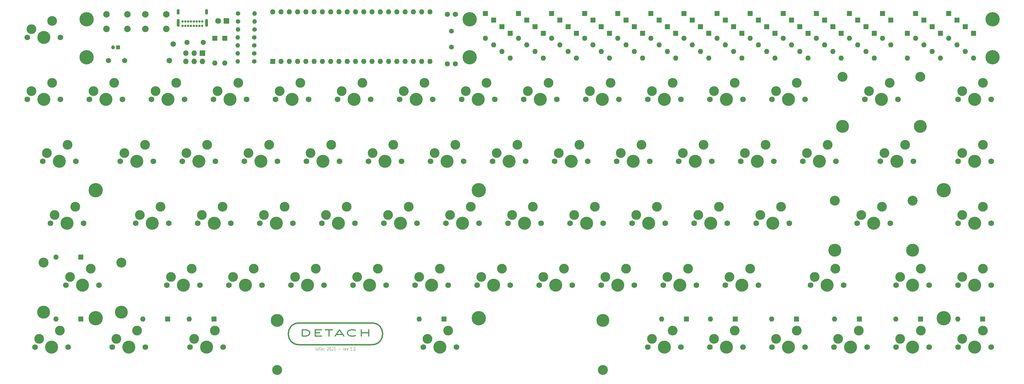
<source format=gts>
G04 #@! TF.GenerationSoftware,KiCad,Pcbnew,(5.1.10)-1*
G04 #@! TF.CreationDate,2021-10-14T18:36:26-04:00*
G04 #@! TF.ProjectId,detach,64657461-6368-42e6-9b69-6361645f7063,rev?*
G04 #@! TF.SameCoordinates,Original*
G04 #@! TF.FileFunction,Soldermask,Top*
G04 #@! TF.FilePolarity,Negative*
%FSLAX46Y46*%
G04 Gerber Fmt 4.6, Leading zero omitted, Abs format (unit mm)*
G04 Created by KiCad (PCBNEW (5.1.10)-1) date 2021-10-14 18:36:26*
%MOMM*%
%LPD*%
G01*
G04 APERTURE LIST*
%ADD10C,0.125000*%
%ADD11C,0.350000*%
%ADD12C,0.400000*%
%ADD13C,1.750000*%
%ADD14C,4.000000*%
%ADD15C,3.000000*%
%ADD16C,1.710000*%
%ADD17O,1.600000X1.600000*%
%ADD18R,1.600000X1.600000*%
%ADD19C,4.400000*%
%ADD20C,3.048000*%
%ADD21C,3.987800*%
%ADD22O,1.400000X1.400000*%
%ADD23C,1.400000*%
%ADD24C,1.200000*%
%ADD25R,1.200000X1.200000*%
%ADD26C,1.600000*%
%ADD27C,1.500000*%
%ADD28C,1.800000*%
%ADD29R,1.800000X1.800000*%
%ADD30O,1.700000X1.700000*%
%ADD31R,1.700000X1.700000*%
%ADD32C,2.000000*%
%ADD33O,0.900000X1.700000*%
%ADD34O,0.900000X2.400000*%
%ADD35C,0.700000*%
G04 APERTURE END LIST*
D10*
X157839170Y-183390590D02*
X157767741Y-183342971D01*
X157732027Y-183247733D01*
X157732027Y-182390590D01*
X158232027Y-183390590D02*
X158160598Y-183342971D01*
X158124884Y-183295352D01*
X158089170Y-183200114D01*
X158089170Y-182914400D01*
X158124884Y-182819162D01*
X158160598Y-182771543D01*
X158232027Y-182723924D01*
X158339170Y-182723924D01*
X158410598Y-182771543D01*
X158446313Y-182819162D01*
X158482027Y-182914400D01*
X158482027Y-183200114D01*
X158446313Y-183295352D01*
X158410598Y-183342971D01*
X158339170Y-183390590D01*
X158232027Y-183390590D01*
X158696313Y-182723924D02*
X158982027Y-182723924D01*
X158803456Y-182390590D02*
X158803456Y-183247733D01*
X158839170Y-183342971D01*
X158910598Y-183390590D01*
X158982027Y-183390590D01*
X159232027Y-183390590D02*
X159232027Y-182723924D01*
X159232027Y-182390590D02*
X159196313Y-182438210D01*
X159232027Y-182485829D01*
X159267741Y-182438210D01*
X159232027Y-182390590D01*
X159232027Y-182485829D01*
X159874884Y-183342971D02*
X159803456Y-183390590D01*
X159660598Y-183390590D01*
X159589170Y-183342971D01*
X159553456Y-183247733D01*
X159553456Y-182866781D01*
X159589170Y-182771543D01*
X159660598Y-182723924D01*
X159803456Y-182723924D01*
X159874884Y-182771543D01*
X159910598Y-182866781D01*
X159910598Y-182962019D01*
X159553456Y-183057257D01*
X160232027Y-183390590D02*
X160232027Y-182723924D01*
X160232027Y-182914400D02*
X160267741Y-182819162D01*
X160303456Y-182771543D01*
X160374884Y-182723924D01*
X160446313Y-182723924D01*
X161232027Y-182485829D02*
X161267741Y-182438210D01*
X161339170Y-182390590D01*
X161517741Y-182390590D01*
X161589170Y-182438210D01*
X161624884Y-182485829D01*
X161660598Y-182581067D01*
X161660598Y-182676305D01*
X161624884Y-182819162D01*
X161196313Y-183390590D01*
X161660598Y-183390590D01*
X162124884Y-182390590D02*
X162196313Y-182390590D01*
X162267741Y-182438210D01*
X162303456Y-182485829D01*
X162339170Y-182581067D01*
X162374884Y-182771543D01*
X162374884Y-183009638D01*
X162339170Y-183200114D01*
X162303456Y-183295352D01*
X162267741Y-183342971D01*
X162196313Y-183390590D01*
X162124884Y-183390590D01*
X162053456Y-183342971D01*
X162017741Y-183295352D01*
X161982027Y-183200114D01*
X161946313Y-183009638D01*
X161946313Y-182771543D01*
X161982027Y-182581067D01*
X162017741Y-182485829D01*
X162053456Y-182438210D01*
X162124884Y-182390590D01*
X162660598Y-182485829D02*
X162696313Y-182438210D01*
X162767741Y-182390590D01*
X162946313Y-182390590D01*
X163017741Y-182438210D01*
X163053456Y-182485829D01*
X163089170Y-182581067D01*
X163089170Y-182676305D01*
X163053456Y-182819162D01*
X162624884Y-183390590D01*
X163089170Y-183390590D01*
X163803456Y-183390590D02*
X163374884Y-183390590D01*
X163589170Y-183390590D02*
X163589170Y-182390590D01*
X163517741Y-182533448D01*
X163446313Y-182628686D01*
X163374884Y-182676305D01*
X164696313Y-183009638D02*
X165267741Y-183009638D01*
X166196313Y-183390590D02*
X166196313Y-182723924D01*
X166196313Y-182914400D02*
X166232027Y-182819162D01*
X166267741Y-182771543D01*
X166339170Y-182723924D01*
X166410598Y-182723924D01*
X166946313Y-183342971D02*
X166874884Y-183390590D01*
X166732027Y-183390590D01*
X166660598Y-183342971D01*
X166624884Y-183247733D01*
X166624884Y-182866781D01*
X166660598Y-182771543D01*
X166732027Y-182723924D01*
X166874884Y-182723924D01*
X166946313Y-182771543D01*
X166982027Y-182866781D01*
X166982027Y-182962019D01*
X166624884Y-183057257D01*
X167232027Y-182723924D02*
X167410598Y-183390590D01*
X167589170Y-182723924D01*
X168839170Y-183390590D02*
X168410598Y-183390590D01*
X168624884Y-183390590D02*
X168624884Y-182390590D01*
X168553456Y-182533448D01*
X168482027Y-182628686D01*
X168410598Y-182676305D01*
X169160598Y-183295352D02*
X169196313Y-183342971D01*
X169160598Y-183390590D01*
X169124884Y-183342971D01*
X169160598Y-183295352D01*
X169160598Y-183390590D01*
X169660598Y-182390590D02*
X169732027Y-182390590D01*
X169803456Y-182438210D01*
X169839170Y-182485829D01*
X169874884Y-182581067D01*
X169910598Y-182771543D01*
X169910598Y-183009638D01*
X169874884Y-183200114D01*
X169839170Y-183295352D01*
X169803456Y-183342971D01*
X169732027Y-183390590D01*
X169660598Y-183390590D01*
X169589170Y-183342971D01*
X169553456Y-183295352D01*
X169517741Y-183200114D01*
X169482027Y-183009638D01*
X169482027Y-182771543D01*
X169517741Y-182581067D01*
X169553456Y-182485829D01*
X169589170Y-182438210D01*
X169660598Y-182390590D01*
D11*
X153612979Y-179016971D02*
X153612979Y-177016971D01*
X154565360Y-177016971D01*
X155136789Y-177112210D01*
X155517741Y-177302686D01*
X155708217Y-177493162D01*
X155898694Y-177874114D01*
X155898694Y-178159829D01*
X155708217Y-178540781D01*
X155517741Y-178731257D01*
X155136789Y-178921733D01*
X154565360Y-179016971D01*
X153612979Y-179016971D01*
X157612979Y-177969352D02*
X158946313Y-177969352D01*
X159517741Y-179016971D02*
X157612979Y-179016971D01*
X157612979Y-177016971D01*
X159517741Y-177016971D01*
X160660598Y-177016971D02*
X162946313Y-177016971D01*
X161803456Y-179016971D02*
X161803456Y-177016971D01*
X164089170Y-178445543D02*
X165993932Y-178445543D01*
X163708217Y-179016971D02*
X165041551Y-177016971D01*
X166374884Y-179016971D01*
X169993932Y-178826495D02*
X169803456Y-178921733D01*
X169232027Y-179016971D01*
X168851075Y-179016971D01*
X168279646Y-178921733D01*
X167898694Y-178731257D01*
X167708217Y-178540781D01*
X167517741Y-178159829D01*
X167517741Y-177874114D01*
X167708217Y-177493162D01*
X167898694Y-177302686D01*
X168279646Y-177112210D01*
X168851075Y-177016971D01*
X169232027Y-177016971D01*
X169803456Y-177112210D01*
X169993932Y-177207448D01*
X171708217Y-179016971D02*
X171708217Y-177016971D01*
X171708217Y-177969352D02*
X173993932Y-177969352D01*
X173993932Y-179016971D02*
X173993932Y-177016971D01*
D12*
X152693456Y-174952210D02*
X174973456Y-174952210D01*
X152673456Y-181632210D02*
X174973456Y-181632210D01*
X174963456Y-174952210D02*
G75*
G02*
X174963456Y-181632210I0J-3340000D01*
G01*
X152663456Y-181632210D02*
G75*
G02*
X152663456Y-174952210I0J3340000D01*
G01*
D13*
X365093250Y-144303750D03*
X354933250Y-144303750D03*
D14*
X360013250Y-144303750D03*
D15*
X362553250Y-139223750D03*
X356203250Y-141763750D03*
D13*
X198406250Y-163353750D03*
X188246250Y-163353750D03*
D14*
X193326250Y-163353750D03*
D15*
X195866250Y-158273750D03*
X189516250Y-160813750D03*
D13*
X131730750Y-144303750D03*
X121570750Y-144303750D03*
D14*
X126650750Y-144303750D03*
D15*
X129190750Y-139223750D03*
X122840750Y-141763750D03*
D13*
X293656250Y-163353750D03*
X283496250Y-163353750D03*
D14*
X288576250Y-163353750D03*
D15*
X291116250Y-158273750D03*
X284766250Y-160813750D03*
D13*
X274606250Y-163353750D03*
X264446250Y-163353750D03*
D14*
X269526250Y-163353750D03*
D15*
X272066250Y-158273750D03*
X265716250Y-160813750D03*
D13*
X200952000Y-182400000D03*
X190792000Y-182400000D03*
D14*
X195872000Y-182400000D03*
D15*
X198412000Y-177320000D03*
X192062000Y-179860000D03*
D13*
X129340000Y-182400000D03*
X119180000Y-182400000D03*
D14*
X124260000Y-182400000D03*
D15*
X126800000Y-177320000D03*
X120450000Y-179860000D03*
D13*
X105410000Y-182400000D03*
X95250000Y-182400000D03*
D14*
X100330000Y-182400000D03*
D15*
X102870000Y-177320000D03*
X96520000Y-179860000D03*
D13*
X81720000Y-182400000D03*
X71560000Y-182400000D03*
D14*
X76640000Y-182400000D03*
D15*
X79180000Y-177320000D03*
X72830000Y-179860000D03*
D13*
X319850000Y-163330000D03*
X309690000Y-163330000D03*
D14*
X314770000Y-163330000D03*
D15*
X317310000Y-158250000D03*
X310960000Y-160790000D03*
D13*
X288890000Y-182400000D03*
X278730000Y-182400000D03*
D14*
X283810000Y-182400000D03*
D15*
X286350000Y-177320000D03*
X280000000Y-179860000D03*
D13*
X269840000Y-182400000D03*
X259680000Y-182400000D03*
D14*
X264760000Y-182400000D03*
D15*
X267300000Y-177320000D03*
X260950000Y-179860000D03*
D13*
X226980250Y-144303750D03*
X216820250Y-144303750D03*
D14*
X221900250Y-144303750D03*
D15*
X224440250Y-139223750D03*
X218090250Y-141763750D03*
D13*
X207930250Y-144303750D03*
X197770250Y-144303750D03*
D14*
X202850250Y-144303750D03*
D15*
X205390250Y-139223750D03*
X199040250Y-141763750D03*
D13*
X169830250Y-144303750D03*
X159670250Y-144303750D03*
D14*
X164750250Y-144303750D03*
D15*
X167290250Y-139223750D03*
X160940250Y-141763750D03*
D13*
X91260000Y-163350000D03*
X81100000Y-163350000D03*
D14*
X86180000Y-163350000D03*
D15*
X88720000Y-158270000D03*
X82370000Y-160810000D03*
D13*
X334140000Y-144310000D03*
X323980000Y-144310000D03*
D14*
X329060000Y-144310000D03*
D15*
X331600000Y-139230000D03*
X325250000Y-141770000D03*
D13*
X86510000Y-144300000D03*
X76350000Y-144300000D03*
D14*
X81430000Y-144300000D03*
D15*
X83970000Y-139220000D03*
X77620000Y-141760000D03*
D13*
X341280000Y-125270000D03*
X331120000Y-125270000D03*
D14*
X336200000Y-125270000D03*
D15*
X338740000Y-120190000D03*
X332390000Y-122730000D03*
D13*
X84120000Y-125250000D03*
X73960000Y-125250000D03*
D14*
X79040000Y-125250000D03*
D15*
X81580000Y-120170000D03*
X75230000Y-122710000D03*
D13*
X336470000Y-106210000D03*
X326310000Y-106210000D03*
D14*
X331390000Y-106210000D03*
D15*
X333930000Y-101130000D03*
X327580000Y-103670000D03*
D13*
X269843250Y-106203750D03*
X259683250Y-106203750D03*
D14*
X264763250Y-106203750D03*
D15*
X267303250Y-101123750D03*
X260953250Y-103663750D03*
D13*
X126968250Y-125253750D03*
X116808250Y-125253750D03*
D14*
X121888250Y-125253750D03*
D15*
X124428250Y-120173750D03*
X118078250Y-122713750D03*
D13*
X250793250Y-106203750D03*
X240633250Y-106203750D03*
D14*
X245713250Y-106203750D03*
D15*
X248253250Y-101123750D03*
X241903250Y-103663750D03*
D13*
X136493250Y-106203750D03*
X126333250Y-106203750D03*
D14*
X131413250Y-106203750D03*
D15*
X133953250Y-101123750D03*
X127603250Y-103663750D03*
D13*
X307943250Y-106203750D03*
X297783250Y-106203750D03*
D14*
X302863250Y-106203750D03*
D15*
X305403250Y-101123750D03*
X299053250Y-103663750D03*
D13*
X146018250Y-125253750D03*
X135858250Y-125253750D03*
D14*
X140938250Y-125253750D03*
D15*
X143478250Y-120173750D03*
X137128250Y-122713750D03*
D13*
X79343250Y-106203750D03*
X69183250Y-106203750D03*
D14*
X74263250Y-106203750D03*
D15*
X76803250Y-101123750D03*
X70453250Y-103663750D03*
D13*
X98393250Y-106203750D03*
X88233250Y-106203750D03*
D14*
X93313250Y-106203750D03*
D15*
X95853250Y-101123750D03*
X89503250Y-103663750D03*
D13*
X117443250Y-106203750D03*
X107283250Y-106203750D03*
D14*
X112363250Y-106203750D03*
D15*
X114903250Y-101123750D03*
X108553250Y-103663750D03*
D13*
X155543250Y-106203750D03*
X145383250Y-106203750D03*
D14*
X150463250Y-106203750D03*
D15*
X153003250Y-101123750D03*
X146653250Y-103663750D03*
D13*
X174593250Y-106203750D03*
X164433250Y-106203750D03*
D14*
X169513250Y-106203750D03*
D15*
X172053250Y-101123750D03*
X165703250Y-103663750D03*
D13*
X193643250Y-106203750D03*
X183483250Y-106203750D03*
D14*
X188563250Y-106203750D03*
D15*
X191103250Y-101123750D03*
X184753250Y-103663750D03*
D13*
X212693250Y-106203750D03*
X202533250Y-106203750D03*
D14*
X207613250Y-106203750D03*
D15*
X210153250Y-101123750D03*
X203803250Y-103663750D03*
D13*
X231743250Y-106203750D03*
X221583250Y-106203750D03*
D14*
X226663250Y-106203750D03*
D15*
X229203250Y-101123750D03*
X222853250Y-103663750D03*
D13*
X288893250Y-106203750D03*
X278733250Y-106203750D03*
D14*
X283813250Y-106203750D03*
D15*
X286353250Y-101123750D03*
X280003250Y-103663750D03*
D13*
X365093250Y-106203750D03*
X354933250Y-106203750D03*
D14*
X360013250Y-106203750D03*
D15*
X362553250Y-101123750D03*
X356203250Y-103663750D03*
D13*
X107918250Y-125253750D03*
X97758250Y-125253750D03*
D14*
X102838250Y-125253750D03*
D15*
X105378250Y-120173750D03*
X99028250Y-122713750D03*
D13*
X165068250Y-125253750D03*
X154908250Y-125253750D03*
D14*
X159988250Y-125253750D03*
D15*
X162528250Y-120173750D03*
X156178250Y-122713750D03*
D13*
X184118250Y-125253750D03*
X173958250Y-125253750D03*
D14*
X179038250Y-125253750D03*
D15*
X181578250Y-120173750D03*
X175228250Y-122713750D03*
D13*
X203168250Y-125253750D03*
X193008250Y-125253750D03*
D14*
X198088250Y-125253750D03*
D15*
X200628250Y-120173750D03*
X194278250Y-122713750D03*
D13*
X222218250Y-125253750D03*
X212058250Y-125253750D03*
D14*
X217138250Y-125253750D03*
D15*
X219678250Y-120173750D03*
X213328250Y-122713750D03*
D13*
X241268250Y-125253750D03*
X231108250Y-125253750D03*
D14*
X236188250Y-125253750D03*
D15*
X238728250Y-120173750D03*
X232378250Y-122713750D03*
D13*
X260318250Y-125253750D03*
X250158250Y-125253750D03*
D14*
X255238250Y-125253750D03*
D15*
X257778250Y-120173750D03*
X251428250Y-122713750D03*
D13*
X279368250Y-125253750D03*
X269208250Y-125253750D03*
D14*
X274288250Y-125253750D03*
D15*
X276828250Y-120173750D03*
X270478250Y-122713750D03*
D13*
X298418250Y-125253750D03*
X288258250Y-125253750D03*
D14*
X293338250Y-125253750D03*
D15*
X295878250Y-120173750D03*
X289528250Y-122713750D03*
D13*
X317468250Y-125253750D03*
X307308250Y-125253750D03*
D14*
X312388250Y-125253750D03*
D15*
X314928250Y-120173750D03*
X308578250Y-122713750D03*
D13*
X365093250Y-125253750D03*
X354933250Y-125253750D03*
D14*
X360013250Y-125253750D03*
D15*
X362553250Y-120173750D03*
X356203250Y-122713750D03*
D13*
X112680750Y-144303750D03*
X102520750Y-144303750D03*
D14*
X107600750Y-144303750D03*
D15*
X110140750Y-139223750D03*
X103790750Y-141763750D03*
D13*
X150780750Y-144303750D03*
X140620750Y-144303750D03*
D14*
X145700750Y-144303750D03*
D15*
X148240750Y-139223750D03*
X141890750Y-141763750D03*
D13*
X188880250Y-144303750D03*
X178720250Y-144303750D03*
D14*
X183800250Y-144303750D03*
D15*
X186340250Y-139223750D03*
X179990250Y-141763750D03*
D13*
X246030250Y-144303750D03*
X235870250Y-144303750D03*
D14*
X240950250Y-144303750D03*
D15*
X243490250Y-139223750D03*
X237140250Y-141763750D03*
D13*
X265080250Y-144303750D03*
X254920250Y-144303750D03*
D14*
X260000250Y-144303750D03*
D15*
X262540250Y-139223750D03*
X256190250Y-141763750D03*
D13*
X284130250Y-144303750D03*
X273970250Y-144303750D03*
D14*
X279050250Y-144303750D03*
D15*
X281590250Y-139223750D03*
X275240250Y-141763750D03*
D13*
X303180250Y-144303750D03*
X293020250Y-144303750D03*
D14*
X298100250Y-144303750D03*
D15*
X300640250Y-139223750D03*
X294290250Y-141763750D03*
D13*
X122205750Y-163353750D03*
X112045750Y-163353750D03*
D14*
X117125750Y-163353750D03*
D15*
X119665750Y-158273750D03*
X113315750Y-160813750D03*
D13*
X141255750Y-163353750D03*
X131095750Y-163353750D03*
D14*
X136175750Y-163353750D03*
D15*
X138715750Y-158273750D03*
X132365750Y-160813750D03*
D13*
X160305750Y-163353750D03*
X150145750Y-163353750D03*
D14*
X155225750Y-163353750D03*
D15*
X157765750Y-158273750D03*
X151415750Y-160813750D03*
D13*
X179356250Y-163353750D03*
X169196250Y-163353750D03*
D14*
X174276250Y-163353750D03*
D15*
X176816250Y-158273750D03*
X170466250Y-160813750D03*
D13*
X217456250Y-163353750D03*
X207296250Y-163353750D03*
D14*
X212376250Y-163353750D03*
D15*
X214916250Y-158273750D03*
X208566250Y-160813750D03*
D13*
X236506250Y-163353750D03*
X226346250Y-163353750D03*
D14*
X231426250Y-163353750D03*
D15*
X233966250Y-158273750D03*
X227616250Y-160813750D03*
D13*
X255556250Y-163353750D03*
X245396250Y-163353750D03*
D14*
X250476250Y-163353750D03*
D15*
X253016250Y-158273750D03*
X246666250Y-160813750D03*
D13*
X346043250Y-163353750D03*
X335883250Y-163353750D03*
D14*
X340963250Y-163353750D03*
D15*
X343503250Y-158273750D03*
X337153250Y-160813750D03*
D13*
X365093250Y-163353750D03*
X354933250Y-163353750D03*
D14*
X360013250Y-163353750D03*
D15*
X362553250Y-158273750D03*
X356203250Y-160813750D03*
D13*
X326993250Y-182400000D03*
X316833250Y-182400000D03*
D14*
X321913250Y-182400000D03*
D15*
X324453250Y-177320000D03*
X318103250Y-179860000D03*
D13*
X346043250Y-182400000D03*
X335883250Y-182400000D03*
D14*
X340963250Y-182400000D03*
D15*
X343503250Y-177320000D03*
X337153250Y-179860000D03*
D13*
X365093250Y-182400000D03*
X354933250Y-182400000D03*
D14*
X360013250Y-182400000D03*
D15*
X362553250Y-177320000D03*
X356203250Y-179860000D03*
D13*
X307943528Y-182400000D03*
X297783528Y-182400000D03*
D14*
X302863528Y-182400000D03*
D15*
X305403528Y-177320000D03*
X299053528Y-179860000D03*
D13*
X79343250Y-87152000D03*
X69183250Y-87152000D03*
D14*
X74263250Y-87152000D03*
D15*
X76803250Y-82072000D03*
X70453250Y-84612000D03*
D16*
X113976000Y-89134000D03*
X112776000Y-94234000D03*
D17*
X354838000Y-173736000D03*
D18*
X362458000Y-173736000D03*
D17*
X335788000Y-173736000D03*
D18*
X343408000Y-173736000D03*
D17*
X316992000Y-173736000D03*
D18*
X324612000Y-173736000D03*
D17*
X297688000Y-173736000D03*
D18*
X305308000Y-173736000D03*
D17*
X278892000Y-173736000D03*
D18*
X286512000Y-173736000D03*
D17*
X263906000Y-173736000D03*
D18*
X271526000Y-173736000D03*
D17*
X189484000Y-173736000D03*
D18*
X197104000Y-173736000D03*
D17*
X118872000Y-173736000D03*
D18*
X126492000Y-173736000D03*
D17*
X104648000Y-173736000D03*
D18*
X112268000Y-173736000D03*
D17*
X77978000Y-173736000D03*
D18*
X85598000Y-173736000D03*
D17*
X77978000Y-154686000D03*
D18*
X85598000Y-154686000D03*
D19*
X207768000Y-173482000D03*
D20*
X98118000Y-156365000D03*
X74242000Y-156365000D03*
D21*
X98118000Y-171605000D03*
X74242000Y-171605000D03*
D20*
X340998000Y-137325000D03*
X317122000Y-137325000D03*
D21*
X340998000Y-152565000D03*
X317122000Y-152565000D03*
D20*
X343328000Y-99225000D03*
X319452000Y-99225000D03*
D21*
X343328000Y-114465000D03*
X319452000Y-114465000D03*
X145872000Y-174145000D03*
X245872000Y-174145000D03*
D20*
X145872000Y-189385000D03*
X245872000Y-189385000D03*
D22*
X133816316Y-92032665D03*
D23*
X138896316Y-92032665D03*
D22*
X133816316Y-89577332D03*
D23*
X138896316Y-89577332D03*
D22*
X133816316Y-87121999D03*
D23*
X138896316Y-87121999D03*
D22*
X133858000Y-84666666D03*
D23*
X138938000Y-84666666D03*
D22*
X138938000Y-79756000D03*
D23*
X133858000Y-79756000D03*
D22*
X138938000Y-82211333D03*
D23*
X133858000Y-82211333D03*
D22*
X133816316Y-94488000D03*
D23*
X138896316Y-94488000D03*
D24*
X95528000Y-90170000D03*
D25*
X97028000Y-90170000D03*
D26*
X118190000Y-88646000D03*
X123190000Y-88646000D03*
X94060000Y-94234000D03*
X99060000Y-94234000D03*
X198140000Y-80010000D03*
X200640000Y-80010000D03*
X198140000Y-95250000D03*
X200640000Y-95250000D03*
D27*
X199390000Y-85200000D03*
X199390000Y-90080000D03*
D28*
X127762000Y-82042000D03*
D29*
X130302000Y-82042000D03*
D30*
X117856000Y-94488000D03*
X117856000Y-91948000D03*
X120396000Y-94488000D03*
X120396000Y-91948000D03*
X122936000Y-94488000D03*
D31*
X122936000Y-91948000D03*
D17*
X144526000Y-79248000D03*
X192786000Y-94488000D03*
X147066000Y-79248000D03*
X190246000Y-94488000D03*
X149606000Y-79248000D03*
X187706000Y-94488000D03*
X152146000Y-79248000D03*
X185166000Y-94488000D03*
X154686000Y-79248000D03*
X182626000Y-94488000D03*
X157226000Y-79248000D03*
X180086000Y-94488000D03*
X159766000Y-79248000D03*
X177546000Y-94488000D03*
X162306000Y-79248000D03*
X175006000Y-94488000D03*
X164846000Y-79248000D03*
X172466000Y-94488000D03*
X167386000Y-79248000D03*
X169926000Y-94488000D03*
X169926000Y-79248000D03*
X167386000Y-94488000D03*
X172466000Y-79248000D03*
X164846000Y-94488000D03*
X175006000Y-79248000D03*
X162306000Y-94488000D03*
X177546000Y-79248000D03*
X159766000Y-94488000D03*
X180086000Y-79248000D03*
X157226000Y-94488000D03*
X182626000Y-79248000D03*
X154686000Y-94488000D03*
X185166000Y-79248000D03*
X152146000Y-94488000D03*
X187706000Y-79248000D03*
X149606000Y-94488000D03*
X190246000Y-79248000D03*
X147066000Y-94488000D03*
X192786000Y-79248000D03*
D18*
X144526000Y-94488000D03*
D17*
X339344000Y-93472000D03*
D18*
X339344000Y-85852000D03*
D17*
X222504000Y-89376000D03*
D18*
X222504000Y-81756000D03*
D17*
X225044000Y-91440000D03*
D18*
X225044000Y-83820000D03*
D17*
X227584000Y-93472000D03*
D18*
X227584000Y-85852000D03*
D17*
X214884000Y-91440000D03*
D18*
X214884000Y-83820000D03*
D17*
X212344000Y-89376000D03*
D18*
X212344000Y-81756000D03*
D17*
X217424000Y-93472000D03*
D18*
X217424000Y-85852000D03*
D17*
X219964000Y-87376000D03*
D18*
X219964000Y-79756000D03*
D17*
X230124000Y-87376000D03*
D18*
X230124000Y-79756000D03*
D17*
X240284000Y-87376000D03*
D18*
X240284000Y-79756000D03*
D17*
X232664000Y-89376000D03*
D18*
X232664000Y-81756000D03*
D17*
X242824000Y-89376000D03*
D18*
X242824000Y-81756000D03*
D17*
X235204000Y-91440000D03*
D18*
X235204000Y-83820000D03*
D17*
X237744000Y-93472000D03*
D18*
X237744000Y-85852000D03*
D17*
X209804000Y-87376000D03*
D18*
X209804000Y-79756000D03*
D17*
X250444000Y-87376000D03*
D18*
X250444000Y-79756000D03*
D17*
X260604000Y-87376000D03*
D18*
X260604000Y-79756000D03*
D17*
X270764000Y-87376000D03*
D18*
X270764000Y-79756000D03*
D17*
X280924000Y-87376000D03*
D18*
X280924000Y-79756000D03*
D17*
X291084000Y-87376000D03*
D18*
X291084000Y-79756000D03*
D17*
X301282736Y-87376000D03*
D18*
X301282736Y-79756000D03*
D17*
X311404000Y-87376000D03*
D18*
X311404000Y-79756000D03*
D17*
X321564000Y-87376000D03*
D18*
X321564000Y-79756000D03*
D17*
X331724000Y-87376000D03*
D18*
X331724000Y-79756000D03*
D17*
X341884000Y-87376000D03*
D18*
X341884000Y-79756000D03*
D17*
X352044000Y-87376000D03*
D18*
X352044000Y-79756000D03*
D17*
X252984000Y-89376000D03*
D18*
X252984000Y-81756000D03*
D17*
X263144000Y-89376000D03*
D18*
X263144000Y-81756000D03*
D17*
X273304000Y-89376000D03*
D18*
X273304000Y-81756000D03*
D17*
X283464000Y-89376000D03*
D18*
X283464000Y-81756000D03*
D17*
X293624000Y-89376000D03*
D18*
X293624000Y-81756000D03*
D17*
X303784000Y-89376000D03*
D18*
X303784000Y-81756000D03*
D17*
X313944000Y-89376000D03*
D18*
X313944000Y-81756000D03*
D17*
X324104000Y-89376000D03*
D18*
X324104000Y-81756000D03*
D17*
X334264000Y-89376000D03*
D18*
X334264000Y-81756000D03*
D17*
X344424000Y-89376000D03*
D18*
X344424000Y-81756000D03*
D17*
X354584000Y-89376000D03*
D18*
X354584000Y-81756000D03*
D17*
X245364000Y-91440000D03*
D18*
X245364000Y-83820000D03*
D17*
X255524000Y-91440000D03*
D18*
X255524000Y-83820000D03*
D17*
X265684000Y-91440000D03*
D18*
X265684000Y-83820000D03*
D17*
X275844000Y-91440000D03*
D18*
X275844000Y-83820000D03*
D17*
X286004000Y-91440000D03*
D18*
X286004000Y-83820000D03*
D17*
X296164000Y-91440000D03*
D18*
X296164000Y-83820000D03*
D17*
X306324000Y-91440000D03*
D18*
X306324000Y-83820000D03*
D17*
X316484000Y-91440000D03*
D18*
X316484000Y-83820000D03*
D17*
X326644000Y-91440000D03*
D18*
X326644000Y-83820000D03*
D17*
X346964000Y-91440000D03*
D18*
X346964000Y-83820000D03*
D17*
X357124000Y-91440000D03*
D18*
X357124000Y-83820000D03*
D17*
X247904000Y-93472000D03*
D18*
X247904000Y-85852000D03*
D17*
X258064000Y-93472000D03*
D18*
X258064000Y-85852000D03*
D17*
X268224000Y-93472000D03*
D18*
X268224000Y-85852000D03*
D17*
X278384000Y-93472000D03*
D18*
X278384000Y-85852000D03*
D17*
X288544000Y-93472000D03*
D18*
X288544000Y-85852000D03*
D17*
X298704000Y-93472000D03*
D18*
X298704000Y-85852000D03*
D17*
X308864000Y-93472000D03*
D18*
X308864000Y-85852000D03*
D17*
X319024000Y-93472000D03*
D18*
X319024000Y-85852000D03*
D17*
X329184000Y-93472000D03*
D18*
X329184000Y-85852000D03*
D17*
X349504000Y-93472000D03*
D18*
X349504000Y-85852000D03*
D17*
X359664000Y-93472000D03*
D18*
X359664000Y-85852000D03*
D17*
X126746000Y-94996000D03*
D18*
X126746000Y-87376000D03*
D17*
X129794000Y-95006196D03*
D18*
X129794000Y-87386196D03*
D32*
X111910000Y-80006000D03*
X111910000Y-84506000D03*
X105410000Y-80006000D03*
X105410000Y-84506000D03*
X99972000Y-80010000D03*
X99972000Y-84510000D03*
X93472000Y-80010000D03*
X93472000Y-84510000D03*
D33*
X115552000Y-79220000D03*
X124202000Y-79220000D03*
D34*
X115552000Y-82600000D03*
X124202000Y-82600000D03*
D35*
X119452000Y-82230000D03*
X116902000Y-82230000D03*
X117752000Y-82230000D03*
X118602000Y-82230000D03*
X122852000Y-82230000D03*
X121152000Y-82230000D03*
X120302000Y-82230000D03*
X122002000Y-82230000D03*
X116902000Y-83580000D03*
X117752000Y-83580000D03*
X118602000Y-83580000D03*
X119452000Y-83580000D03*
X120302000Y-83580000D03*
X121152000Y-83580000D03*
X122002000Y-83580000D03*
X122852000Y-83580000D03*
D19*
X365506000Y-93218000D03*
X365506000Y-81534000D03*
X204978000Y-93218000D03*
X87376000Y-81534000D03*
X87376000Y-93218000D03*
X204978000Y-81534000D03*
X90170000Y-134112000D03*
X207768000Y-134112000D03*
X350520000Y-134112000D03*
X350520000Y-173482000D03*
X90170000Y-173482000D03*
M02*

</source>
